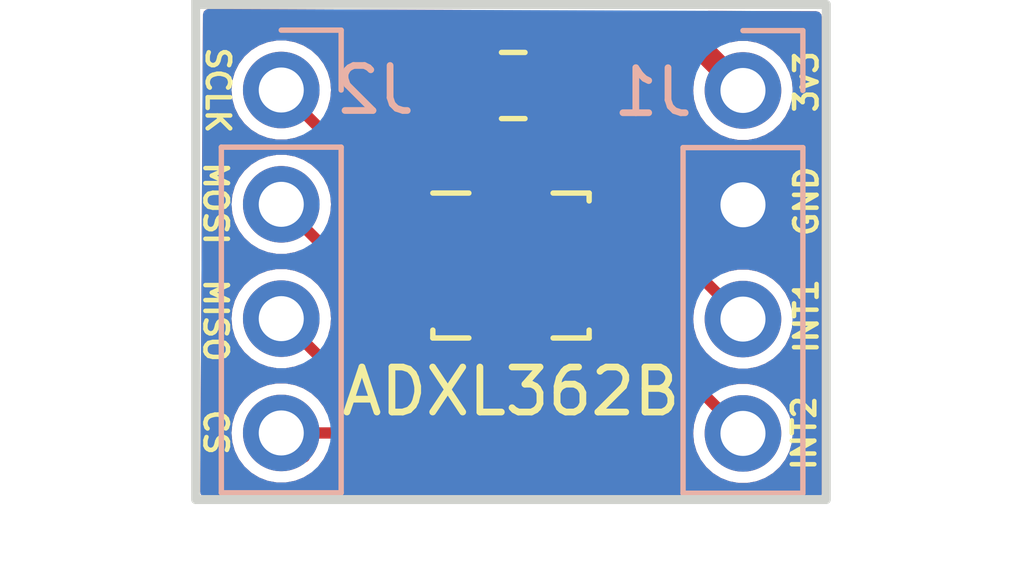
<source format=kicad_pcb>
(kicad_pcb (version 20221018) (generator pcbnew)
  (layers (0 "F.Cu" signal) (31 "B.Cu" signal) (34 "B.Paste" user) (35 "F.Paste" user) (36 "B.SilkS" user "B.Silkscreen") (37 "F.SilkS" user "F.Silkscreen") (38 "B.Mask" user) (39 "F.Mask" user) (44 "Edge.Cuts" user))
  (net 0 "")
  (net 4 "Net-(J1-Pin_4)")
  (net 5 "Net-(J1-Pin_3)")
  (net 6 "GND")
  (net 7 "Net-(J2-Pin_3)")
  (net 8 "Net-(J2-Pin_1)")
  (net 9 "Net-(J2-Pin_2)")
  (net 10 "Net-(J2-Pin_4)")
  (net 11 "+3V3")
  (footprint "Sensor_Motion:Analog_LGA-16_3.25x3mm_P0.5mm_LayoutBorder3x5y" (layer "F.Cu") (at 19.1375 17.9)
    (fp_text reference "U1")
    (fp_text value "ADXL362B" (at 0 2.8) (layer "F.SilkS"))
    (fp_line (start -1.735 1.61) (end -1.735 1.435) (stroke (width 0.12)) (layer "F.SilkS"))
    (fp_line (start -0.935 -1.61) (end -1.735 -1.61) (stroke (width 0.12)) (layer "F.SilkS"))
    (fp_line (start -0.935 1.61) (end -1.735 1.61) (stroke (width 0.12)) (layer "F.SilkS"))
    (fp_line (start 0.935 -1.61) (end 1.735 -1.61) (stroke (width 0.12)) (layer "F.SilkS"))
    (fp_line (start 0.935 1.61) (end 1.735 1.61) (stroke (width 0.12)) (layer "F.SilkS"))
    (fp_line (start 1.735 -1.61) (end 1.735 -1.435) (stroke (width 0.12)) (layer "F.SilkS"))
    (fp_line (start 1.735 1.61) (end 1.735 1.435) (stroke (width 0.12)) (layer "F.SilkS"))
    (pad "1" smd roundrect (at -1.2875 -1) (size 0.925 0.3) (layers "F.Cu" "F.Paste" "F.Mask") (net 11 "+3V3"))
    (pad "2" smd roundrect (at -1.2875 -0.5) (size 0.925 0.3) (layers "F.Cu" "F.Paste" "F.Mask"))
    (pad "3" smd roundrect (at -1.2875 0) (size 0.925 0.3) (layers "F.Cu" "F.Paste" "F.Mask"))
    (pad "4" smd roundrect (at -1.2875 0.5) (size 0.925 0.3) (layers "F.Cu" "F.Paste" "F.Mask") (net 8 "Net-(J2-Pin_1)"))
    (pad "5" smd roundrect (at -1.2875 1) (size 0.925 0.3) (layers "F.Cu" "F.Paste" "F.Mask"))
    (pad "6" smd roundrect (at -0.5 1.275) (size 0.3 0.8) (layers "F.Cu" "F.Paste" "F.Mask") (net 9 "Net-(J2-Pin_2)"))
    (pad "7" smd roundrect (at 0 1.275) (size 0.3 0.8) (layers "F.Cu" "F.Paste" "F.Mask") (net 7 "Net-(J2-Pin_3)"))
    (pad "8" smd roundrect (at 0.5 1.275) (size 0.3 0.8) (layers "F.Cu" "F.Paste" "F.Mask") (net 10 "Net-(J2-Pin_4)"))
    (pad "9" smd roundrect (at 1.2875 1) (size 0.925 0.3) (layers "F.Cu" "F.Paste" "F.Mask") (net 4 "Net-(J1-Pin_4)"))
    (pad "10" smd roundrect (at 1.2875 0.5) (size 0.925 0.3) (layers "F.Cu" "F.Paste" "F.Mask"))
    (pad "11" smd roundrect (at 1.2875 0) (size 0.925 0.3) (layers "F.Cu" "F.Paste" "F.Mask") (net 5 "Net-(J1-Pin_3)"))
    (pad "12" smd roundrect (at 1.2875 -0.5) (size 0.925 0.3) (layers "F.Cu" "F.Paste" "F.Mask") (net 6 "GND"))
    (pad "13" smd roundrect (at 1.2875 -1) (size 0.925 0.3) (layers "F.Cu" "F.Paste" "F.Mask") (net 6 "GND"))
    (pad "14" smd roundrect (at 0.5 -1.275) (size 0.3 0.8) (layers "F.Cu" "F.Paste" "F.Mask") (net 11 "+3V3"))
    (pad "15" smd roundrect (at 0 -1.275) (size 0.3 0.8) (layers "F.Cu" "F.Paste" "F.Mask"))
    (pad "16" smd roundrect (at -0.5 -1.275) (size 0.3 0.8) (layers "F.Cu" "F.Paste" "F.Mask") (net 6 "GND"))
  )
  (footprint "Capacitor_SMD:C_0805_2012Metric" (layer "F.Cu") (at 19.1875 13.9)
    (fp_text reference "C1")
    (fp_text value "C")
    (fp_line (start -0.261252 -0.735) (end 0.261252 -0.735) (stroke (width 0.12)) (layer "F.SilkS"))
    (fp_line (start -0.261252 0.735) (end 0.261252 0.735) (stroke (width 0.12)) (layer "F.SilkS"))
    (pad "1" smd roundrect (at -0.95 0) (size 1 1.45) (layers "F.Cu" "F.Paste" "F.Mask") (net 11 "+3V3"))
    (pad "2" smd roundrect (at 0.95 0) (size 1 1.45) (layers "F.Cu" "F.Paste" "F.Mask") (net 6 "GND"))
  )
  (footprint "Connector_PinHeader_2.54mm:PinHeader_1x04_P2.54mm_Vertical" (layer "B.Cu") (at 14.0375 14 180)
    (fp_text reference "J2" (at -2.0825 0) (layer "B.SilkS") (effects (justify mirror)))
    (fp_text value "Conn_01x04_Pin")
    (fp_line (start -1.33 -8.95) (end 1.33 -8.95) (stroke (width 0.12)) (layer "B.SilkS"))
    (fp_line (start -1.33 -1.27) (end -1.33 -8.95) (stroke (width 0.12)) (layer "B.SilkS"))
    (fp_line (start -1.33 -1.27) (end 1.33 -1.27) (stroke (width 0.12)) (layer "B.SilkS"))
    (fp_line (start -1.33 0) (end -1.33 1.33) (stroke (width 0.12)) (layer "B.SilkS"))
    (fp_line (start -1.33 1.33) (end 0 1.33) (stroke (width 0.12)) (layer "B.SilkS"))
    (fp_line (start 1.33 -1.27) (end 1.33 -8.95) (stroke (width 0.12)) (layer "B.SilkS"))
    (pad "1" thru_hole oval (at 0 0 180) (size 1.7 1.7) (drill 1) (layers "*.Cu" "*.Mask") (net 8 "Net-(J2-Pin_1)"))
    (pad "2" thru_hole oval (at 0 -2.54 180) (size 1.7 1.7) (drill 1) (layers "*.Cu" "*.Mask") (net 9 "Net-(J2-Pin_2)"))
    (pad "3" thru_hole oval (at 0 -5.08 180) (size 1.7 1.7) (drill 1) (layers "*.Cu" "*.Mask") (net 7 "Net-(J2-Pin_3)"))
    (pad "4" thru_hole oval (at 0 -7.62 180) (size 1.7 1.7) (drill 1) (layers "*.Cu" "*.Mask") (net 10 "Net-(J2-Pin_4)"))
  )
  (footprint "Connector_PinHeader_2.54mm:PinHeader_1x04_P2.54mm_Vertical" (layer "B.Cu") (at 24.2875 14.01 180)
    (fp_text reference "J1" (at 1.9975 -0.04) (layer "B.SilkS") (effects (justify mirror)))
    (fp_text value "Conn_01x04_Pin")
    (fp_line (start -1.33 -8.95) (end 1.33 -8.95) (stroke (width 0.12)) (layer "B.SilkS"))
    (fp_line (start -1.33 -1.27) (end -1.33 -8.95) (stroke (width 0.12)) (layer "B.SilkS"))
    (fp_line (start -1.33 -1.27) (end 1.33 -1.27) (stroke (width 0.12)) (layer "B.SilkS"))
    (fp_line (start -1.33 0) (end -1.33 1.33) (stroke (width 0.12)) (layer "B.SilkS"))
    (fp_line (start -1.33 1.33) (end 0 1.33) (stroke (width 0.12)) (layer "B.SilkS"))
    (fp_line (start 1.33 -1.27) (end 1.33 -8.95) (stroke (width 0.12)) (layer "B.SilkS"))
    (pad "1" thru_hole circle (at 0 0 180) (size 1.7 1.7) (drill 1) (layers "*.Cu" "*.Mask") (net 11 "+3V3"))
    (pad "2" thru_hole rect (at 0 -2.54 180) (size 1.7 1.7) (drill 1) (layers "*.Cu" "*.Mask") (net 6 "GND"))
    (pad "3" thru_hole oval (at 0 -5.08 180) (size 1.7 1.7) (drill 1) (layers "*.Cu" "*.Mask") (net 5 "Net-(J1-Pin_3)"))
    (pad "4" thru_hole oval (at 0 -7.62 180) (size 1.7 1.7) (drill 1) (layers "*.Cu" "*.Mask") (net 4 "Net-(J1-Pin_4)"))
  )
  (gr_rect (start 12.1375 12.1) (end 26.1375 23.1) (stroke (width 0.2)) (fill none) (layer "Edge.Cuts"))
  (gr_text "MOSI" (at 12.2875 15.55 270) (layer "F.SilkS") (effects (font (size 0.5 0.5) (thickness 0.1) bold) (justify left bottom)))
  (gr_text "CS" (at 12.2875 21.05 270) (layer "F.SilkS") (effects (font (size 0.5 0.5) (thickness 0.1) bold) (justify left bottom)))
  (gr_text "3v3" (at 25.9875 14.55 90) (layer "F.SilkS") (effects (font (size 0.5 0.5) (thickness 0.1) bold) (justify left bottom)))
  (gr_text "MISO" (at 12.2875 18.15 270) (layer "F.SilkS") (effects (font (size 0.5 0.5) (thickness 0.1) bold) (justify left bottom)))
  (gr_text "SCLK" (at 12.3375 13 270) (layer "F.SilkS") (effects (font (size 0.5 0.5) (thickness 0.1) bold) (justify left bottom)))
  (gr_text "INT1" (at 25.9875 19.9 90) (layer "F.SilkS") (effects (font (size 0.5 0.5) (thickness 0.1) bold) (justify left bottom)))
  (gr_text "INT2" (at 25.9375 22.5 90) (layer "F.SilkS") (effects (font (size 0.5 0.5) (thickness 0.1) bold) (justify left bottom)))
  (gr_text "GND" (at 25.9875 17.3 90) (layer "F.SilkS") (effects (font (size 0.5 0.5) (thickness 0.1) bold) (justify left bottom)))
  (segment (start 20.425 18.9) (end 21.5575 18.9) (width 0.25) (layer "F.Cu") (net 4))
  (segment (start 21.5575 18.9) (end 24.2875 21.63) (width 0.25) (layer "F.Cu") (net 4))
  (segment (start 24.1 19.2) (end 24.15 19.15) (width 0.25) (layer "F.Cu") (net 5))
  (segment (start 24.15 19.15) (end 24.15 19.11) (width 0.25) (layer "F.Cu") (net 5))
  (segment (start 23.0975 17.9) (end 24.2875 19.09) (width 0.25) (layer "F.Cu") (net 5))
  (segment (start 20.425 17.9) (end 23.0975 17.9) (width 0.25) (layer "F.Cu") (net 5))
  (segment (start 20.4875 17.3) (end 20.425 17.3) (width 0.5) (layer "F.Cu") (net 6))
  (segment (start 18.6375 16.625) (end 18.6375 17.090685) (width 0.25) (layer "F.Cu") (net 6))
  (segment (start 18.946815 17.4) (end 20.425 17.4) (width 0.25) (layer "F.Cu") (net 6))
  (segment (start 18.6375 17.090685) (end 18.946815 17.4) (width 0.25) (layer "F.Cu") (net 6))
  (segment (start 20.4875 14.5) (end 20.4875 17.3) (width 0.5) (layer "F.Cu") (net 6))
  (segment (start 20.1625 14.175) (end 20.4875 14.5) (width 0.5) (layer "F.Cu") (net 6))
  (segment (start 14.66 19.16) (end 14.1 19.16) (width 0.25) (layer "F.Cu") (net 7))
  (segment (start 19.1375 19.640685) (end 19.1375 19.175) (width 0.25) (layer "F.Cu") (net 7))
  (segment (start 18.848185 19.93) (end 19.1375 19.640685) (width 0.25) (layer "F.Cu") (net 7))
  (segment (start 14.8875 19.93) (end 18.848185 19.93) (width 0.25) (layer "F.Cu") (net 7))
  (segment (start 14.0375 19.08) (end 14.8875 19.93) (width 0.25) (layer "F.Cu") (net 7))
  (segment (start 17.0625 18.190685) (end 17.271815 18.4) (width 0.25) (layer "F.Cu") (net 8))
  (segment (start 17.0625 17.025) (end 17.0625 18.190685) (width 0.25) (layer "F.Cu") (net 8))
  (segment (start 17.271815 18.4) (end 17.85 18.4) (width 0.25) (layer "F.Cu") (net 8))
  (segment (start 14.0375 14) (end 17.0625 17.025) (width 0.25) (layer "F.Cu") (net 8))
  (segment (start 18.4375 19.375) (end 18.6375 19.175) (width 0.25) (layer "F.Cu") (net 9))
  (segment (start 16.8725 19.375) (end 18.4375 19.375) (width 0.25) (layer "F.Cu") (net 9))
  (segment (start 14.0375 16.54) (end 16.8725 19.375) (width 0.25) (layer "F.Cu") (net 9))
  (segment (start 19.6375 19.777081) (end 19.6375 19.175) (width 0.25) (layer "F.Cu") (net 10))
  (segment (start 14.55 22.15) (end 14.1 21.7) (width 0.25) (layer "F.Cu") (net 10))
  (segment (start 17.794581 21.62) (end 19.6375 19.777081) (width 0.25) (layer "F.Cu") (net 10))
  (segment (start 14.0375 21.62) (end 17.794581 21.62) (width 0.25) (layer "F.Cu") (net 10))
  (segment (start 18.2875 15.9) (end 17.85 15.9) (width 0.5) (layer "F.Cu") (net 11))
  (segment (start 17.85 15.9) (end 17.85 16.8) (width 0.5) (layer "F.Cu") (net 11))
  (segment (start 18.3 13.4875) (end 19.1375 12.65) (width 0.5) (layer "F.Cu") (net 11))
  (segment (start 19.6375 16.159315) (end 19.378185 15.9) (width 0.25) (layer "F.Cu") (net 11))
  (segment (start 18.2375 15.85) (end 18.2875 15.9) (width 0.25) (layer "F.Cu") (net 11))
  (segment (start 22.9275 12.65) (end 24.2875 14.01) (width 0.5) (layer "F.Cu") (net 11))
  (segment (start 19.378185 15.9) (end 18.2875 15.9) (width 0.5) (layer "F.Cu") (net 11))
  (segment (start 18.2375 13.9) (end 18.2375 15.85) (width 0.5) (layer "F.Cu") (net 11))
  (segment (start 19.1375 12.65) (end 22.9275 12.65) (width 0.5) (layer "F.Cu") (net 11))
  (segment (start 18 13.4875) (end 18.3 13.4875) (width 0.5) (layer "F.Cu") (net 11))
  (segment (start 19.6375 16.625) (end 19.6375 16.159315) (width 0.25) (layer "F.Cu") (net 11))
  (zone (net 6) (net_name "GND") (layers "F&B.Cu") (connect_pads (clearance 0.25)) (min_thickness 0.25) (fill yes (thermal_gap 0.5) (thermal_bridge_width 0.5))
    (polygon (pts (xy 12.3 12.2) (xy 26.0375 12.25) (xy 26.0375 23.15) (xy 12.2375 23.05)))
  )
)
</source>
